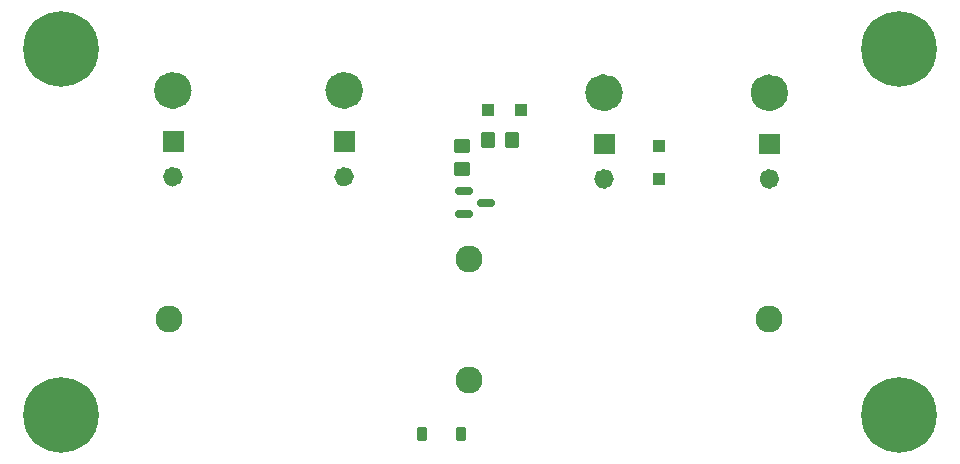
<source format=gbr>
%TF.GenerationSoftware,KiCad,Pcbnew,7.0.1*%
%TF.CreationDate,2023-07-05T17:42:56-06:00*%
%TF.ProjectId,Discharge_Switch,44697363-6861-4726-9765-5f5377697463,1*%
%TF.SameCoordinates,Original*%
%TF.FileFunction,Soldermask,Top*%
%TF.FilePolarity,Negative*%
%FSLAX46Y46*%
G04 Gerber Fmt 4.6, Leading zero omitted, Abs format (unit mm)*
G04 Created by KiCad (PCBNEW 7.0.1) date 2023-07-05 17:42:56*
%MOMM*%
%LPD*%
G01*
G04 APERTURE LIST*
G04 Aperture macros list*
%AMRoundRect*
0 Rectangle with rounded corners*
0 $1 Rounding radius*
0 $2 $3 $4 $5 $6 $7 $8 $9 X,Y pos of 4 corners*
0 Add a 4 corners polygon primitive as box body*
4,1,4,$2,$3,$4,$5,$6,$7,$8,$9,$2,$3,0*
0 Add four circle primitives for the rounded corners*
1,1,$1+$1,$2,$3*
1,1,$1+$1,$4,$5*
1,1,$1+$1,$6,$7*
1,1,$1+$1,$8,$9*
0 Add four rect primitives between the rounded corners*
20,1,$1+$1,$2,$3,$4,$5,0*
20,1,$1+$1,$4,$5,$6,$7,0*
20,1,$1+$1,$6,$7,$8,$9,0*
20,1,$1+$1,$8,$9,$2,$3,0*%
G04 Aperture macros list end*
%ADD10C,0.836200*%
%ADD11C,1.576200*%
%ADD12C,0.010000*%
%ADD13C,2.286000*%
%ADD14RoundRect,0.250000X-0.350000X-0.450000X0.350000X-0.450000X0.350000X0.450000X-0.350000X0.450000X0*%
%ADD15RoundRect,0.250000X-0.300000X-0.300000X0.300000X-0.300000X0.300000X0.300000X-0.300000X0.300000X0*%
%ADD16C,0.800000*%
%ADD17C,6.400000*%
%ADD18RoundRect,0.225000X0.225000X0.375000X-0.225000X0.375000X-0.225000X-0.375000X0.225000X-0.375000X0*%
%ADD19RoundRect,0.250000X0.300000X-0.300000X0.300000X0.300000X-0.300000X0.300000X-0.300000X-0.300000X0*%
%ADD20C,3.000000*%
%ADD21RoundRect,0.150000X-0.587500X-0.150000X0.587500X-0.150000X0.587500X0.150000X-0.587500X0.150000X0*%
%ADD22RoundRect,0.250000X-0.450000X0.350000X-0.450000X-0.350000X0.450000X-0.350000X0.450000X0.350000X0*%
G04 APERTURE END LIST*
D10*
%TO.C,J3*%
X149721044Y-87302944D02*
G75*
G03*
X149721044Y-87302944I-418100J0D01*
G01*
D11*
X150091044Y-80002944D02*
G75*
G03*
X150091044Y-80002944I-788100J0D01*
G01*
D12*
X150139144Y-85139144D02*
X148466744Y-85139144D01*
X148466744Y-83466744D01*
X150139144Y-83466744D01*
X150139144Y-85139144D01*
G36*
X150139144Y-85139144D02*
G01*
X148466744Y-85139144D01*
X148466744Y-83466744D01*
X150139144Y-83466744D01*
X150139144Y-85139144D01*
G37*
D10*
%TO.C,J2*%
X163721044Y-87302944D02*
G75*
G03*
X163721044Y-87302944I-418100J0D01*
G01*
D11*
X164091044Y-80002944D02*
G75*
G03*
X164091044Y-80002944I-788100J0D01*
G01*
D12*
X164139144Y-85139144D02*
X162466744Y-85139144D01*
X162466744Y-83466744D01*
X164139144Y-83466744D01*
X164139144Y-85139144D01*
G36*
X164139144Y-85139144D02*
G01*
X162466744Y-85139144D01*
X162466744Y-83466744D01*
X164139144Y-83466744D01*
X164139144Y-85139144D01*
G37*
D10*
%TO.C,J1*%
X113221044Y-87112944D02*
G75*
G03*
X113221044Y-87112944I-418100J0D01*
G01*
D11*
X113591044Y-79812944D02*
G75*
G03*
X113591044Y-79812944I-788100J0D01*
G01*
D12*
X113639144Y-84949144D02*
X111966744Y-84949144D01*
X111966744Y-83276744D01*
X113639144Y-83276744D01*
X113639144Y-84949144D01*
G36*
X113639144Y-84949144D02*
G01*
X111966744Y-84949144D01*
X111966744Y-83276744D01*
X113639144Y-83276744D01*
X113639144Y-84949144D01*
G37*
D10*
%TO.C,J4*%
X127721044Y-87112944D02*
G75*
G03*
X127721044Y-87112944I-418100J0D01*
G01*
D11*
X128091044Y-79812944D02*
G75*
G03*
X128091044Y-79812944I-788100J0D01*
G01*
D12*
X128139144Y-84949144D02*
X126466744Y-84949144D01*
X126466744Y-83276744D01*
X128139144Y-83276744D01*
X128139144Y-84949144D01*
G36*
X128139144Y-84949144D02*
G01*
X126466744Y-84949144D01*
X126466744Y-83276744D01*
X128139144Y-83276744D01*
X128139144Y-84949144D01*
G37*
%TD*%
D13*
%TO.C,K1*%
X112502944Y-99202944D03*
X163302944Y-99202944D03*
X137902944Y-94102944D03*
X137902944Y-104302944D03*
%TD*%
D14*
%TO.C,R1*%
X139502944Y-84002944D03*
X141502944Y-84002944D03*
%TD*%
D15*
%TO.C,D3*%
X139502944Y-81502944D03*
X142302944Y-81502944D03*
%TD*%
D16*
%TO.C,H1*%
X100902944Y-76302944D03*
X101605888Y-74605888D03*
X101605888Y-78000000D03*
X103302944Y-73902944D03*
D17*
X103302944Y-76302944D03*
D16*
X103302944Y-78702944D03*
X105000000Y-74605888D03*
X105000000Y-78000000D03*
X105702944Y-76302944D03*
%TD*%
D18*
%TO.C,D1*%
X137202944Y-108902944D03*
X133902944Y-108902944D03*
%TD*%
D19*
%TO.C,D2*%
X154002944Y-87302944D03*
X154002944Y-84502944D03*
%TD*%
D16*
%TO.C,H4*%
X171902944Y-107302944D03*
X172605888Y-105605888D03*
X172605888Y-109000000D03*
X174302944Y-104902944D03*
D17*
X174302944Y-107302944D03*
D16*
X174302944Y-109702944D03*
X176000000Y-105605888D03*
X176000000Y-109000000D03*
X176702944Y-107302944D03*
%TD*%
D20*
%TO.C,J3*%
X149302944Y-80002944D03*
%TD*%
D16*
%TO.C,H2*%
X100902944Y-107302944D03*
X101605888Y-105605888D03*
X101605888Y-109000000D03*
X103302944Y-104902944D03*
D17*
X103302944Y-107302944D03*
D16*
X103302944Y-109702944D03*
X105000000Y-105605888D03*
X105000000Y-109000000D03*
X105702944Y-107302944D03*
%TD*%
D20*
%TO.C,J2*%
X163302944Y-80002944D03*
%TD*%
D16*
%TO.C,H3*%
X171902944Y-76302944D03*
X172605888Y-74605888D03*
X172605888Y-78000000D03*
X174302944Y-73902944D03*
D17*
X174302944Y-76302944D03*
D16*
X174302944Y-78702944D03*
X176000000Y-74605888D03*
X176000000Y-78000000D03*
X176702944Y-76302944D03*
%TD*%
D21*
%TO.C,Q1*%
X137427944Y-88352944D03*
X137427944Y-90252944D03*
X139302944Y-89302944D03*
%TD*%
D20*
%TO.C,J1*%
X112802944Y-79812944D03*
%TD*%
%TO.C,J4*%
X127302944Y-79812944D03*
%TD*%
D22*
%TO.C,R2*%
X137302944Y-84502944D03*
X137302944Y-86502944D03*
%TD*%
M02*

</source>
